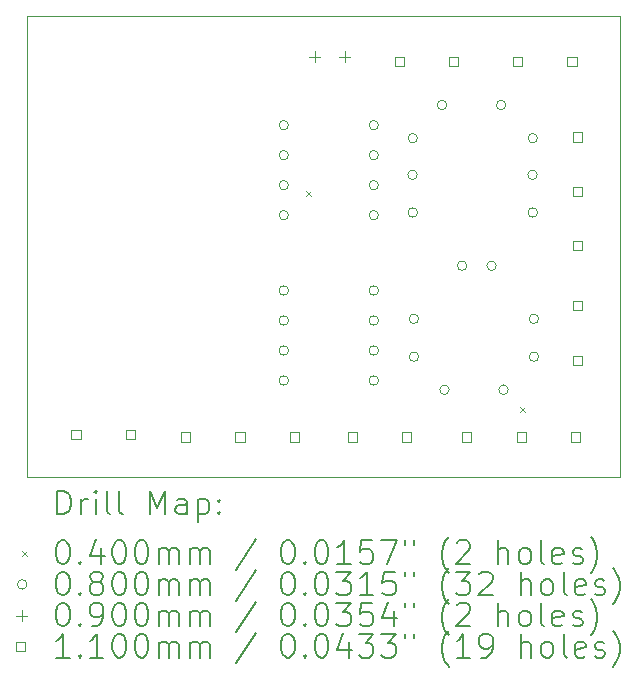
<source format=gbr>
%FSLAX45Y45*%
G04 Gerber Fmt 4.5, Leading zero omitted, Abs format (unit mm)*
G04 Created by KiCad (PCBNEW (6.0.2-0)) date 2024-07-24 17:46:08*
%MOMM*%
%LPD*%
G01*
G04 APERTURE LIST*
%TA.AperFunction,Profile*%
%ADD10C,0.100000*%
%TD*%
%ADD11C,0.200000*%
%ADD12C,0.040000*%
%ADD13C,0.080000*%
%ADD14C,0.090000*%
%ADD15C,0.110000*%
G04 APERTURE END LIST*
D10*
X11500000Y-5000000D02*
X16520000Y-5000000D01*
X16520000Y-5000000D02*
X16520000Y-8900000D01*
X16520000Y-8900000D02*
X11500000Y-8900000D01*
X11500000Y-8900000D02*
X11500000Y-5000000D01*
D11*
D12*
X13860000Y-6480000D02*
X13900000Y-6520000D01*
X13900000Y-6480000D02*
X13860000Y-6520000D01*
X15670000Y-8310000D02*
X15710000Y-8350000D01*
X15710000Y-8310000D02*
X15670000Y-8350000D01*
D13*
X13710000Y-5920000D02*
G75*
G03*
X13710000Y-5920000I-40000J0D01*
G01*
X13710000Y-6174000D02*
G75*
G03*
X13710000Y-6174000I-40000J0D01*
G01*
X13710000Y-6428000D02*
G75*
G03*
X13710000Y-6428000I-40000J0D01*
G01*
X13710000Y-6682000D02*
G75*
G03*
X13710000Y-6682000I-40000J0D01*
G01*
X13710000Y-7320000D02*
G75*
G03*
X13710000Y-7320000I-40000J0D01*
G01*
X13710000Y-7574000D02*
G75*
G03*
X13710000Y-7574000I-40000J0D01*
G01*
X13710000Y-7828000D02*
G75*
G03*
X13710000Y-7828000I-40000J0D01*
G01*
X13710000Y-8082000D02*
G75*
G03*
X13710000Y-8082000I-40000J0D01*
G01*
X14472000Y-5920000D02*
G75*
G03*
X14472000Y-5920000I-40000J0D01*
G01*
X14472000Y-6174000D02*
G75*
G03*
X14472000Y-6174000I-40000J0D01*
G01*
X14472000Y-6428000D02*
G75*
G03*
X14472000Y-6428000I-40000J0D01*
G01*
X14472000Y-6682000D02*
G75*
G03*
X14472000Y-6682000I-40000J0D01*
G01*
X14472000Y-7320000D02*
G75*
G03*
X14472000Y-7320000I-40000J0D01*
G01*
X14472000Y-7574000D02*
G75*
G03*
X14472000Y-7574000I-40000J0D01*
G01*
X14472000Y-7828000D02*
G75*
G03*
X14472000Y-7828000I-40000J0D01*
G01*
X14472000Y-8082000D02*
G75*
G03*
X14472000Y-8082000I-40000J0D01*
G01*
X14800000Y-6340000D02*
G75*
G03*
X14800000Y-6340000I-40000J0D01*
G01*
X14802000Y-6030000D02*
G75*
G03*
X14802000Y-6030000I-40000J0D01*
G01*
X14802000Y-6660000D02*
G75*
G03*
X14802000Y-6660000I-40000J0D01*
G01*
X14812000Y-7560000D02*
G75*
G03*
X14812000Y-7560000I-40000J0D01*
G01*
X14812000Y-7880000D02*
G75*
G03*
X14812000Y-7880000I-40000J0D01*
G01*
X15050000Y-5750000D02*
G75*
G03*
X15050000Y-5750000I-40000J0D01*
G01*
X15070000Y-8160000D02*
G75*
G03*
X15070000Y-8160000I-40000J0D01*
G01*
X15219489Y-7110000D02*
G75*
G03*
X15219489Y-7110000I-40000J0D01*
G01*
X15469489Y-7110000D02*
G75*
G03*
X15469489Y-7110000I-40000J0D01*
G01*
X15550000Y-5750000D02*
G75*
G03*
X15550000Y-5750000I-40000J0D01*
G01*
X15570000Y-8160000D02*
G75*
G03*
X15570000Y-8160000I-40000J0D01*
G01*
X15816000Y-6340000D02*
G75*
G03*
X15816000Y-6340000I-40000J0D01*
G01*
X15818000Y-6030000D02*
G75*
G03*
X15818000Y-6030000I-40000J0D01*
G01*
X15818000Y-6660000D02*
G75*
G03*
X15818000Y-6660000I-40000J0D01*
G01*
X15828000Y-7560000D02*
G75*
G03*
X15828000Y-7560000I-40000J0D01*
G01*
X15828000Y-7880000D02*
G75*
G03*
X15828000Y-7880000I-40000J0D01*
G01*
D14*
X13932500Y-5295000D02*
X13932500Y-5385000D01*
X13887500Y-5340000D02*
X13977500Y-5340000D01*
X14186500Y-5295000D02*
X14186500Y-5385000D01*
X14141500Y-5340000D02*
X14231500Y-5340000D01*
D15*
X11948891Y-8578891D02*
X11948891Y-8501109D01*
X11871109Y-8501109D01*
X11871109Y-8578891D01*
X11948891Y-8578891D01*
X12408891Y-8578891D02*
X12408891Y-8501109D01*
X12331109Y-8501109D01*
X12331109Y-8578891D01*
X12408891Y-8578891D01*
X12878891Y-8598891D02*
X12878891Y-8521109D01*
X12801109Y-8521109D01*
X12801109Y-8598891D01*
X12878891Y-8598891D01*
X13338891Y-8598891D02*
X13338891Y-8521109D01*
X13261109Y-8521109D01*
X13261109Y-8598891D01*
X13338891Y-8598891D01*
X13798891Y-8598891D02*
X13798891Y-8521109D01*
X13721109Y-8521109D01*
X13721109Y-8598891D01*
X13798891Y-8598891D01*
X14288891Y-8598891D02*
X14288891Y-8521109D01*
X14211109Y-8521109D01*
X14211109Y-8598891D01*
X14288891Y-8598891D01*
X14688891Y-5418891D02*
X14688891Y-5341109D01*
X14611109Y-5341109D01*
X14611109Y-5418891D01*
X14688891Y-5418891D01*
X14748891Y-8598891D02*
X14748891Y-8521109D01*
X14671109Y-8521109D01*
X14671109Y-8598891D01*
X14748891Y-8598891D01*
X15148891Y-5418891D02*
X15148891Y-5341109D01*
X15071109Y-5341109D01*
X15071109Y-5418891D01*
X15148891Y-5418891D01*
X15258891Y-8598891D02*
X15258891Y-8521109D01*
X15181109Y-8521109D01*
X15181109Y-8598891D01*
X15258891Y-8598891D01*
X15688891Y-5418891D02*
X15688891Y-5341109D01*
X15611109Y-5341109D01*
X15611109Y-5418891D01*
X15688891Y-5418891D01*
X15718891Y-8598891D02*
X15718891Y-8521109D01*
X15641109Y-8521109D01*
X15641109Y-8598891D01*
X15718891Y-8598891D01*
X16148891Y-5418891D02*
X16148891Y-5341109D01*
X16071109Y-5341109D01*
X16071109Y-5418891D01*
X16148891Y-5418891D01*
X16178891Y-8598891D02*
X16178891Y-8521109D01*
X16101109Y-8521109D01*
X16101109Y-8598891D01*
X16178891Y-8598891D01*
X16198891Y-6058891D02*
X16198891Y-5981109D01*
X16121109Y-5981109D01*
X16121109Y-6058891D01*
X16198891Y-6058891D01*
X16198891Y-6518891D02*
X16198891Y-6441109D01*
X16121109Y-6441109D01*
X16121109Y-6518891D01*
X16198891Y-6518891D01*
X16198891Y-6978891D02*
X16198891Y-6901109D01*
X16121109Y-6901109D01*
X16121109Y-6978891D01*
X16198891Y-6978891D01*
X16198891Y-7488891D02*
X16198891Y-7411109D01*
X16121109Y-7411109D01*
X16121109Y-7488891D01*
X16198891Y-7488891D01*
X16198891Y-7948891D02*
X16198891Y-7871109D01*
X16121109Y-7871109D01*
X16121109Y-7948891D01*
X16198891Y-7948891D01*
D11*
X11752619Y-9215476D02*
X11752619Y-9015476D01*
X11800238Y-9015476D01*
X11828809Y-9025000D01*
X11847857Y-9044048D01*
X11857381Y-9063095D01*
X11866905Y-9101190D01*
X11866905Y-9129762D01*
X11857381Y-9167857D01*
X11847857Y-9186905D01*
X11828809Y-9205952D01*
X11800238Y-9215476D01*
X11752619Y-9215476D01*
X11952619Y-9215476D02*
X11952619Y-9082143D01*
X11952619Y-9120238D02*
X11962143Y-9101190D01*
X11971667Y-9091667D01*
X11990714Y-9082143D01*
X12009762Y-9082143D01*
X12076428Y-9215476D02*
X12076428Y-9082143D01*
X12076428Y-9015476D02*
X12066905Y-9025000D01*
X12076428Y-9034524D01*
X12085952Y-9025000D01*
X12076428Y-9015476D01*
X12076428Y-9034524D01*
X12200238Y-9215476D02*
X12181190Y-9205952D01*
X12171667Y-9186905D01*
X12171667Y-9015476D01*
X12305000Y-9215476D02*
X12285952Y-9205952D01*
X12276428Y-9186905D01*
X12276428Y-9015476D01*
X12533571Y-9215476D02*
X12533571Y-9015476D01*
X12600238Y-9158333D01*
X12666905Y-9015476D01*
X12666905Y-9215476D01*
X12847857Y-9215476D02*
X12847857Y-9110714D01*
X12838333Y-9091667D01*
X12819286Y-9082143D01*
X12781190Y-9082143D01*
X12762143Y-9091667D01*
X12847857Y-9205952D02*
X12828809Y-9215476D01*
X12781190Y-9215476D01*
X12762143Y-9205952D01*
X12752619Y-9186905D01*
X12752619Y-9167857D01*
X12762143Y-9148810D01*
X12781190Y-9139286D01*
X12828809Y-9139286D01*
X12847857Y-9129762D01*
X12943095Y-9082143D02*
X12943095Y-9282143D01*
X12943095Y-9091667D02*
X12962143Y-9082143D01*
X13000238Y-9082143D01*
X13019286Y-9091667D01*
X13028809Y-9101190D01*
X13038333Y-9120238D01*
X13038333Y-9177381D01*
X13028809Y-9196429D01*
X13019286Y-9205952D01*
X13000238Y-9215476D01*
X12962143Y-9215476D01*
X12943095Y-9205952D01*
X13124048Y-9196429D02*
X13133571Y-9205952D01*
X13124048Y-9215476D01*
X13114524Y-9205952D01*
X13124048Y-9196429D01*
X13124048Y-9215476D01*
X13124048Y-9091667D02*
X13133571Y-9101190D01*
X13124048Y-9110714D01*
X13114524Y-9101190D01*
X13124048Y-9091667D01*
X13124048Y-9110714D01*
D12*
X11455000Y-9525000D02*
X11495000Y-9565000D01*
X11495000Y-9525000D02*
X11455000Y-9565000D01*
D11*
X11790714Y-9435476D02*
X11809762Y-9435476D01*
X11828809Y-9445000D01*
X11838333Y-9454524D01*
X11847857Y-9473571D01*
X11857381Y-9511667D01*
X11857381Y-9559286D01*
X11847857Y-9597381D01*
X11838333Y-9616429D01*
X11828809Y-9625952D01*
X11809762Y-9635476D01*
X11790714Y-9635476D01*
X11771667Y-9625952D01*
X11762143Y-9616429D01*
X11752619Y-9597381D01*
X11743095Y-9559286D01*
X11743095Y-9511667D01*
X11752619Y-9473571D01*
X11762143Y-9454524D01*
X11771667Y-9445000D01*
X11790714Y-9435476D01*
X11943095Y-9616429D02*
X11952619Y-9625952D01*
X11943095Y-9635476D01*
X11933571Y-9625952D01*
X11943095Y-9616429D01*
X11943095Y-9635476D01*
X12124048Y-9502143D02*
X12124048Y-9635476D01*
X12076428Y-9425952D02*
X12028809Y-9568810D01*
X12152619Y-9568810D01*
X12266905Y-9435476D02*
X12285952Y-9435476D01*
X12305000Y-9445000D01*
X12314524Y-9454524D01*
X12324048Y-9473571D01*
X12333571Y-9511667D01*
X12333571Y-9559286D01*
X12324048Y-9597381D01*
X12314524Y-9616429D01*
X12305000Y-9625952D01*
X12285952Y-9635476D01*
X12266905Y-9635476D01*
X12247857Y-9625952D01*
X12238333Y-9616429D01*
X12228809Y-9597381D01*
X12219286Y-9559286D01*
X12219286Y-9511667D01*
X12228809Y-9473571D01*
X12238333Y-9454524D01*
X12247857Y-9445000D01*
X12266905Y-9435476D01*
X12457381Y-9435476D02*
X12476428Y-9435476D01*
X12495476Y-9445000D01*
X12505000Y-9454524D01*
X12514524Y-9473571D01*
X12524048Y-9511667D01*
X12524048Y-9559286D01*
X12514524Y-9597381D01*
X12505000Y-9616429D01*
X12495476Y-9625952D01*
X12476428Y-9635476D01*
X12457381Y-9635476D01*
X12438333Y-9625952D01*
X12428809Y-9616429D01*
X12419286Y-9597381D01*
X12409762Y-9559286D01*
X12409762Y-9511667D01*
X12419286Y-9473571D01*
X12428809Y-9454524D01*
X12438333Y-9445000D01*
X12457381Y-9435476D01*
X12609762Y-9635476D02*
X12609762Y-9502143D01*
X12609762Y-9521190D02*
X12619286Y-9511667D01*
X12638333Y-9502143D01*
X12666905Y-9502143D01*
X12685952Y-9511667D01*
X12695476Y-9530714D01*
X12695476Y-9635476D01*
X12695476Y-9530714D02*
X12705000Y-9511667D01*
X12724048Y-9502143D01*
X12752619Y-9502143D01*
X12771667Y-9511667D01*
X12781190Y-9530714D01*
X12781190Y-9635476D01*
X12876428Y-9635476D02*
X12876428Y-9502143D01*
X12876428Y-9521190D02*
X12885952Y-9511667D01*
X12905000Y-9502143D01*
X12933571Y-9502143D01*
X12952619Y-9511667D01*
X12962143Y-9530714D01*
X12962143Y-9635476D01*
X12962143Y-9530714D02*
X12971667Y-9511667D01*
X12990714Y-9502143D01*
X13019286Y-9502143D01*
X13038333Y-9511667D01*
X13047857Y-9530714D01*
X13047857Y-9635476D01*
X13438333Y-9425952D02*
X13266905Y-9683095D01*
X13695476Y-9435476D02*
X13714524Y-9435476D01*
X13733571Y-9445000D01*
X13743095Y-9454524D01*
X13752619Y-9473571D01*
X13762143Y-9511667D01*
X13762143Y-9559286D01*
X13752619Y-9597381D01*
X13743095Y-9616429D01*
X13733571Y-9625952D01*
X13714524Y-9635476D01*
X13695476Y-9635476D01*
X13676428Y-9625952D01*
X13666905Y-9616429D01*
X13657381Y-9597381D01*
X13647857Y-9559286D01*
X13647857Y-9511667D01*
X13657381Y-9473571D01*
X13666905Y-9454524D01*
X13676428Y-9445000D01*
X13695476Y-9435476D01*
X13847857Y-9616429D02*
X13857381Y-9625952D01*
X13847857Y-9635476D01*
X13838333Y-9625952D01*
X13847857Y-9616429D01*
X13847857Y-9635476D01*
X13981190Y-9435476D02*
X14000238Y-9435476D01*
X14019286Y-9445000D01*
X14028809Y-9454524D01*
X14038333Y-9473571D01*
X14047857Y-9511667D01*
X14047857Y-9559286D01*
X14038333Y-9597381D01*
X14028809Y-9616429D01*
X14019286Y-9625952D01*
X14000238Y-9635476D01*
X13981190Y-9635476D01*
X13962143Y-9625952D01*
X13952619Y-9616429D01*
X13943095Y-9597381D01*
X13933571Y-9559286D01*
X13933571Y-9511667D01*
X13943095Y-9473571D01*
X13952619Y-9454524D01*
X13962143Y-9445000D01*
X13981190Y-9435476D01*
X14238333Y-9635476D02*
X14124048Y-9635476D01*
X14181190Y-9635476D02*
X14181190Y-9435476D01*
X14162143Y-9464048D01*
X14143095Y-9483095D01*
X14124048Y-9492619D01*
X14419286Y-9435476D02*
X14324048Y-9435476D01*
X14314524Y-9530714D01*
X14324048Y-9521190D01*
X14343095Y-9511667D01*
X14390714Y-9511667D01*
X14409762Y-9521190D01*
X14419286Y-9530714D01*
X14428809Y-9549762D01*
X14428809Y-9597381D01*
X14419286Y-9616429D01*
X14409762Y-9625952D01*
X14390714Y-9635476D01*
X14343095Y-9635476D01*
X14324048Y-9625952D01*
X14314524Y-9616429D01*
X14495476Y-9435476D02*
X14628809Y-9435476D01*
X14543095Y-9635476D01*
X14695476Y-9435476D02*
X14695476Y-9473571D01*
X14771667Y-9435476D02*
X14771667Y-9473571D01*
X15066905Y-9711667D02*
X15057381Y-9702143D01*
X15038333Y-9673571D01*
X15028809Y-9654524D01*
X15019286Y-9625952D01*
X15009762Y-9578333D01*
X15009762Y-9540238D01*
X15019286Y-9492619D01*
X15028809Y-9464048D01*
X15038333Y-9445000D01*
X15057381Y-9416429D01*
X15066905Y-9406905D01*
X15133571Y-9454524D02*
X15143095Y-9445000D01*
X15162143Y-9435476D01*
X15209762Y-9435476D01*
X15228809Y-9445000D01*
X15238333Y-9454524D01*
X15247857Y-9473571D01*
X15247857Y-9492619D01*
X15238333Y-9521190D01*
X15124048Y-9635476D01*
X15247857Y-9635476D01*
X15485952Y-9635476D02*
X15485952Y-9435476D01*
X15571667Y-9635476D02*
X15571667Y-9530714D01*
X15562143Y-9511667D01*
X15543095Y-9502143D01*
X15514524Y-9502143D01*
X15495476Y-9511667D01*
X15485952Y-9521190D01*
X15695476Y-9635476D02*
X15676428Y-9625952D01*
X15666905Y-9616429D01*
X15657381Y-9597381D01*
X15657381Y-9540238D01*
X15666905Y-9521190D01*
X15676428Y-9511667D01*
X15695476Y-9502143D01*
X15724048Y-9502143D01*
X15743095Y-9511667D01*
X15752619Y-9521190D01*
X15762143Y-9540238D01*
X15762143Y-9597381D01*
X15752619Y-9616429D01*
X15743095Y-9625952D01*
X15724048Y-9635476D01*
X15695476Y-9635476D01*
X15876428Y-9635476D02*
X15857381Y-9625952D01*
X15847857Y-9606905D01*
X15847857Y-9435476D01*
X16028809Y-9625952D02*
X16009762Y-9635476D01*
X15971667Y-9635476D01*
X15952619Y-9625952D01*
X15943095Y-9606905D01*
X15943095Y-9530714D01*
X15952619Y-9511667D01*
X15971667Y-9502143D01*
X16009762Y-9502143D01*
X16028809Y-9511667D01*
X16038333Y-9530714D01*
X16038333Y-9549762D01*
X15943095Y-9568810D01*
X16114524Y-9625952D02*
X16133571Y-9635476D01*
X16171667Y-9635476D01*
X16190714Y-9625952D01*
X16200238Y-9606905D01*
X16200238Y-9597381D01*
X16190714Y-9578333D01*
X16171667Y-9568810D01*
X16143095Y-9568810D01*
X16124048Y-9559286D01*
X16114524Y-9540238D01*
X16114524Y-9530714D01*
X16124048Y-9511667D01*
X16143095Y-9502143D01*
X16171667Y-9502143D01*
X16190714Y-9511667D01*
X16266905Y-9711667D02*
X16276428Y-9702143D01*
X16295476Y-9673571D01*
X16305000Y-9654524D01*
X16314524Y-9625952D01*
X16324048Y-9578333D01*
X16324048Y-9540238D01*
X16314524Y-9492619D01*
X16305000Y-9464048D01*
X16295476Y-9445000D01*
X16276428Y-9416429D01*
X16266905Y-9406905D01*
D13*
X11495000Y-9809000D02*
G75*
G03*
X11495000Y-9809000I-40000J0D01*
G01*
D11*
X11790714Y-9699476D02*
X11809762Y-9699476D01*
X11828809Y-9709000D01*
X11838333Y-9718524D01*
X11847857Y-9737571D01*
X11857381Y-9775667D01*
X11857381Y-9823286D01*
X11847857Y-9861381D01*
X11838333Y-9880429D01*
X11828809Y-9889952D01*
X11809762Y-9899476D01*
X11790714Y-9899476D01*
X11771667Y-9889952D01*
X11762143Y-9880429D01*
X11752619Y-9861381D01*
X11743095Y-9823286D01*
X11743095Y-9775667D01*
X11752619Y-9737571D01*
X11762143Y-9718524D01*
X11771667Y-9709000D01*
X11790714Y-9699476D01*
X11943095Y-9880429D02*
X11952619Y-9889952D01*
X11943095Y-9899476D01*
X11933571Y-9889952D01*
X11943095Y-9880429D01*
X11943095Y-9899476D01*
X12066905Y-9785190D02*
X12047857Y-9775667D01*
X12038333Y-9766143D01*
X12028809Y-9747095D01*
X12028809Y-9737571D01*
X12038333Y-9718524D01*
X12047857Y-9709000D01*
X12066905Y-9699476D01*
X12105000Y-9699476D01*
X12124048Y-9709000D01*
X12133571Y-9718524D01*
X12143095Y-9737571D01*
X12143095Y-9747095D01*
X12133571Y-9766143D01*
X12124048Y-9775667D01*
X12105000Y-9785190D01*
X12066905Y-9785190D01*
X12047857Y-9794714D01*
X12038333Y-9804238D01*
X12028809Y-9823286D01*
X12028809Y-9861381D01*
X12038333Y-9880429D01*
X12047857Y-9889952D01*
X12066905Y-9899476D01*
X12105000Y-9899476D01*
X12124048Y-9889952D01*
X12133571Y-9880429D01*
X12143095Y-9861381D01*
X12143095Y-9823286D01*
X12133571Y-9804238D01*
X12124048Y-9794714D01*
X12105000Y-9785190D01*
X12266905Y-9699476D02*
X12285952Y-9699476D01*
X12305000Y-9709000D01*
X12314524Y-9718524D01*
X12324048Y-9737571D01*
X12333571Y-9775667D01*
X12333571Y-9823286D01*
X12324048Y-9861381D01*
X12314524Y-9880429D01*
X12305000Y-9889952D01*
X12285952Y-9899476D01*
X12266905Y-9899476D01*
X12247857Y-9889952D01*
X12238333Y-9880429D01*
X12228809Y-9861381D01*
X12219286Y-9823286D01*
X12219286Y-9775667D01*
X12228809Y-9737571D01*
X12238333Y-9718524D01*
X12247857Y-9709000D01*
X12266905Y-9699476D01*
X12457381Y-9699476D02*
X12476428Y-9699476D01*
X12495476Y-9709000D01*
X12505000Y-9718524D01*
X12514524Y-9737571D01*
X12524048Y-9775667D01*
X12524048Y-9823286D01*
X12514524Y-9861381D01*
X12505000Y-9880429D01*
X12495476Y-9889952D01*
X12476428Y-9899476D01*
X12457381Y-9899476D01*
X12438333Y-9889952D01*
X12428809Y-9880429D01*
X12419286Y-9861381D01*
X12409762Y-9823286D01*
X12409762Y-9775667D01*
X12419286Y-9737571D01*
X12428809Y-9718524D01*
X12438333Y-9709000D01*
X12457381Y-9699476D01*
X12609762Y-9899476D02*
X12609762Y-9766143D01*
X12609762Y-9785190D02*
X12619286Y-9775667D01*
X12638333Y-9766143D01*
X12666905Y-9766143D01*
X12685952Y-9775667D01*
X12695476Y-9794714D01*
X12695476Y-9899476D01*
X12695476Y-9794714D02*
X12705000Y-9775667D01*
X12724048Y-9766143D01*
X12752619Y-9766143D01*
X12771667Y-9775667D01*
X12781190Y-9794714D01*
X12781190Y-9899476D01*
X12876428Y-9899476D02*
X12876428Y-9766143D01*
X12876428Y-9785190D02*
X12885952Y-9775667D01*
X12905000Y-9766143D01*
X12933571Y-9766143D01*
X12952619Y-9775667D01*
X12962143Y-9794714D01*
X12962143Y-9899476D01*
X12962143Y-9794714D02*
X12971667Y-9775667D01*
X12990714Y-9766143D01*
X13019286Y-9766143D01*
X13038333Y-9775667D01*
X13047857Y-9794714D01*
X13047857Y-9899476D01*
X13438333Y-9689952D02*
X13266905Y-9947095D01*
X13695476Y-9699476D02*
X13714524Y-9699476D01*
X13733571Y-9709000D01*
X13743095Y-9718524D01*
X13752619Y-9737571D01*
X13762143Y-9775667D01*
X13762143Y-9823286D01*
X13752619Y-9861381D01*
X13743095Y-9880429D01*
X13733571Y-9889952D01*
X13714524Y-9899476D01*
X13695476Y-9899476D01*
X13676428Y-9889952D01*
X13666905Y-9880429D01*
X13657381Y-9861381D01*
X13647857Y-9823286D01*
X13647857Y-9775667D01*
X13657381Y-9737571D01*
X13666905Y-9718524D01*
X13676428Y-9709000D01*
X13695476Y-9699476D01*
X13847857Y-9880429D02*
X13857381Y-9889952D01*
X13847857Y-9899476D01*
X13838333Y-9889952D01*
X13847857Y-9880429D01*
X13847857Y-9899476D01*
X13981190Y-9699476D02*
X14000238Y-9699476D01*
X14019286Y-9709000D01*
X14028809Y-9718524D01*
X14038333Y-9737571D01*
X14047857Y-9775667D01*
X14047857Y-9823286D01*
X14038333Y-9861381D01*
X14028809Y-9880429D01*
X14019286Y-9889952D01*
X14000238Y-9899476D01*
X13981190Y-9899476D01*
X13962143Y-9889952D01*
X13952619Y-9880429D01*
X13943095Y-9861381D01*
X13933571Y-9823286D01*
X13933571Y-9775667D01*
X13943095Y-9737571D01*
X13952619Y-9718524D01*
X13962143Y-9709000D01*
X13981190Y-9699476D01*
X14114524Y-9699476D02*
X14238333Y-9699476D01*
X14171667Y-9775667D01*
X14200238Y-9775667D01*
X14219286Y-9785190D01*
X14228809Y-9794714D01*
X14238333Y-9813762D01*
X14238333Y-9861381D01*
X14228809Y-9880429D01*
X14219286Y-9889952D01*
X14200238Y-9899476D01*
X14143095Y-9899476D01*
X14124048Y-9889952D01*
X14114524Y-9880429D01*
X14428809Y-9899476D02*
X14314524Y-9899476D01*
X14371667Y-9899476D02*
X14371667Y-9699476D01*
X14352619Y-9728048D01*
X14333571Y-9747095D01*
X14314524Y-9756619D01*
X14609762Y-9699476D02*
X14514524Y-9699476D01*
X14505000Y-9794714D01*
X14514524Y-9785190D01*
X14533571Y-9775667D01*
X14581190Y-9775667D01*
X14600238Y-9785190D01*
X14609762Y-9794714D01*
X14619286Y-9813762D01*
X14619286Y-9861381D01*
X14609762Y-9880429D01*
X14600238Y-9889952D01*
X14581190Y-9899476D01*
X14533571Y-9899476D01*
X14514524Y-9889952D01*
X14505000Y-9880429D01*
X14695476Y-9699476D02*
X14695476Y-9737571D01*
X14771667Y-9699476D02*
X14771667Y-9737571D01*
X15066905Y-9975667D02*
X15057381Y-9966143D01*
X15038333Y-9937571D01*
X15028809Y-9918524D01*
X15019286Y-9889952D01*
X15009762Y-9842333D01*
X15009762Y-9804238D01*
X15019286Y-9756619D01*
X15028809Y-9728048D01*
X15038333Y-9709000D01*
X15057381Y-9680429D01*
X15066905Y-9670905D01*
X15124048Y-9699476D02*
X15247857Y-9699476D01*
X15181190Y-9775667D01*
X15209762Y-9775667D01*
X15228809Y-9785190D01*
X15238333Y-9794714D01*
X15247857Y-9813762D01*
X15247857Y-9861381D01*
X15238333Y-9880429D01*
X15228809Y-9889952D01*
X15209762Y-9899476D01*
X15152619Y-9899476D01*
X15133571Y-9889952D01*
X15124048Y-9880429D01*
X15324048Y-9718524D02*
X15333571Y-9709000D01*
X15352619Y-9699476D01*
X15400238Y-9699476D01*
X15419286Y-9709000D01*
X15428809Y-9718524D01*
X15438333Y-9737571D01*
X15438333Y-9756619D01*
X15428809Y-9785190D01*
X15314524Y-9899476D01*
X15438333Y-9899476D01*
X15676428Y-9899476D02*
X15676428Y-9699476D01*
X15762143Y-9899476D02*
X15762143Y-9794714D01*
X15752619Y-9775667D01*
X15733571Y-9766143D01*
X15705000Y-9766143D01*
X15685952Y-9775667D01*
X15676428Y-9785190D01*
X15885952Y-9899476D02*
X15866905Y-9889952D01*
X15857381Y-9880429D01*
X15847857Y-9861381D01*
X15847857Y-9804238D01*
X15857381Y-9785190D01*
X15866905Y-9775667D01*
X15885952Y-9766143D01*
X15914524Y-9766143D01*
X15933571Y-9775667D01*
X15943095Y-9785190D01*
X15952619Y-9804238D01*
X15952619Y-9861381D01*
X15943095Y-9880429D01*
X15933571Y-9889952D01*
X15914524Y-9899476D01*
X15885952Y-9899476D01*
X16066905Y-9899476D02*
X16047857Y-9889952D01*
X16038333Y-9870905D01*
X16038333Y-9699476D01*
X16219286Y-9889952D02*
X16200238Y-9899476D01*
X16162143Y-9899476D01*
X16143095Y-9889952D01*
X16133571Y-9870905D01*
X16133571Y-9794714D01*
X16143095Y-9775667D01*
X16162143Y-9766143D01*
X16200238Y-9766143D01*
X16219286Y-9775667D01*
X16228809Y-9794714D01*
X16228809Y-9813762D01*
X16133571Y-9832810D01*
X16305000Y-9889952D02*
X16324048Y-9899476D01*
X16362143Y-9899476D01*
X16381190Y-9889952D01*
X16390714Y-9870905D01*
X16390714Y-9861381D01*
X16381190Y-9842333D01*
X16362143Y-9832810D01*
X16333571Y-9832810D01*
X16314524Y-9823286D01*
X16305000Y-9804238D01*
X16305000Y-9794714D01*
X16314524Y-9775667D01*
X16333571Y-9766143D01*
X16362143Y-9766143D01*
X16381190Y-9775667D01*
X16457381Y-9975667D02*
X16466905Y-9966143D01*
X16485952Y-9937571D01*
X16495476Y-9918524D01*
X16505000Y-9889952D01*
X16514524Y-9842333D01*
X16514524Y-9804238D01*
X16505000Y-9756619D01*
X16495476Y-9728048D01*
X16485952Y-9709000D01*
X16466905Y-9680429D01*
X16457381Y-9670905D01*
D14*
X11450000Y-10028000D02*
X11450000Y-10118000D01*
X11405000Y-10073000D02*
X11495000Y-10073000D01*
D11*
X11790714Y-9963476D02*
X11809762Y-9963476D01*
X11828809Y-9973000D01*
X11838333Y-9982524D01*
X11847857Y-10001571D01*
X11857381Y-10039667D01*
X11857381Y-10087286D01*
X11847857Y-10125381D01*
X11838333Y-10144429D01*
X11828809Y-10153952D01*
X11809762Y-10163476D01*
X11790714Y-10163476D01*
X11771667Y-10153952D01*
X11762143Y-10144429D01*
X11752619Y-10125381D01*
X11743095Y-10087286D01*
X11743095Y-10039667D01*
X11752619Y-10001571D01*
X11762143Y-9982524D01*
X11771667Y-9973000D01*
X11790714Y-9963476D01*
X11943095Y-10144429D02*
X11952619Y-10153952D01*
X11943095Y-10163476D01*
X11933571Y-10153952D01*
X11943095Y-10144429D01*
X11943095Y-10163476D01*
X12047857Y-10163476D02*
X12085952Y-10163476D01*
X12105000Y-10153952D01*
X12114524Y-10144429D01*
X12133571Y-10115857D01*
X12143095Y-10077762D01*
X12143095Y-10001571D01*
X12133571Y-9982524D01*
X12124048Y-9973000D01*
X12105000Y-9963476D01*
X12066905Y-9963476D01*
X12047857Y-9973000D01*
X12038333Y-9982524D01*
X12028809Y-10001571D01*
X12028809Y-10049190D01*
X12038333Y-10068238D01*
X12047857Y-10077762D01*
X12066905Y-10087286D01*
X12105000Y-10087286D01*
X12124048Y-10077762D01*
X12133571Y-10068238D01*
X12143095Y-10049190D01*
X12266905Y-9963476D02*
X12285952Y-9963476D01*
X12305000Y-9973000D01*
X12314524Y-9982524D01*
X12324048Y-10001571D01*
X12333571Y-10039667D01*
X12333571Y-10087286D01*
X12324048Y-10125381D01*
X12314524Y-10144429D01*
X12305000Y-10153952D01*
X12285952Y-10163476D01*
X12266905Y-10163476D01*
X12247857Y-10153952D01*
X12238333Y-10144429D01*
X12228809Y-10125381D01*
X12219286Y-10087286D01*
X12219286Y-10039667D01*
X12228809Y-10001571D01*
X12238333Y-9982524D01*
X12247857Y-9973000D01*
X12266905Y-9963476D01*
X12457381Y-9963476D02*
X12476428Y-9963476D01*
X12495476Y-9973000D01*
X12505000Y-9982524D01*
X12514524Y-10001571D01*
X12524048Y-10039667D01*
X12524048Y-10087286D01*
X12514524Y-10125381D01*
X12505000Y-10144429D01*
X12495476Y-10153952D01*
X12476428Y-10163476D01*
X12457381Y-10163476D01*
X12438333Y-10153952D01*
X12428809Y-10144429D01*
X12419286Y-10125381D01*
X12409762Y-10087286D01*
X12409762Y-10039667D01*
X12419286Y-10001571D01*
X12428809Y-9982524D01*
X12438333Y-9973000D01*
X12457381Y-9963476D01*
X12609762Y-10163476D02*
X12609762Y-10030143D01*
X12609762Y-10049190D02*
X12619286Y-10039667D01*
X12638333Y-10030143D01*
X12666905Y-10030143D01*
X12685952Y-10039667D01*
X12695476Y-10058714D01*
X12695476Y-10163476D01*
X12695476Y-10058714D02*
X12705000Y-10039667D01*
X12724048Y-10030143D01*
X12752619Y-10030143D01*
X12771667Y-10039667D01*
X12781190Y-10058714D01*
X12781190Y-10163476D01*
X12876428Y-10163476D02*
X12876428Y-10030143D01*
X12876428Y-10049190D02*
X12885952Y-10039667D01*
X12905000Y-10030143D01*
X12933571Y-10030143D01*
X12952619Y-10039667D01*
X12962143Y-10058714D01*
X12962143Y-10163476D01*
X12962143Y-10058714D02*
X12971667Y-10039667D01*
X12990714Y-10030143D01*
X13019286Y-10030143D01*
X13038333Y-10039667D01*
X13047857Y-10058714D01*
X13047857Y-10163476D01*
X13438333Y-9953952D02*
X13266905Y-10211095D01*
X13695476Y-9963476D02*
X13714524Y-9963476D01*
X13733571Y-9973000D01*
X13743095Y-9982524D01*
X13752619Y-10001571D01*
X13762143Y-10039667D01*
X13762143Y-10087286D01*
X13752619Y-10125381D01*
X13743095Y-10144429D01*
X13733571Y-10153952D01*
X13714524Y-10163476D01*
X13695476Y-10163476D01*
X13676428Y-10153952D01*
X13666905Y-10144429D01*
X13657381Y-10125381D01*
X13647857Y-10087286D01*
X13647857Y-10039667D01*
X13657381Y-10001571D01*
X13666905Y-9982524D01*
X13676428Y-9973000D01*
X13695476Y-9963476D01*
X13847857Y-10144429D02*
X13857381Y-10153952D01*
X13847857Y-10163476D01*
X13838333Y-10153952D01*
X13847857Y-10144429D01*
X13847857Y-10163476D01*
X13981190Y-9963476D02*
X14000238Y-9963476D01*
X14019286Y-9973000D01*
X14028809Y-9982524D01*
X14038333Y-10001571D01*
X14047857Y-10039667D01*
X14047857Y-10087286D01*
X14038333Y-10125381D01*
X14028809Y-10144429D01*
X14019286Y-10153952D01*
X14000238Y-10163476D01*
X13981190Y-10163476D01*
X13962143Y-10153952D01*
X13952619Y-10144429D01*
X13943095Y-10125381D01*
X13933571Y-10087286D01*
X13933571Y-10039667D01*
X13943095Y-10001571D01*
X13952619Y-9982524D01*
X13962143Y-9973000D01*
X13981190Y-9963476D01*
X14114524Y-9963476D02*
X14238333Y-9963476D01*
X14171667Y-10039667D01*
X14200238Y-10039667D01*
X14219286Y-10049190D01*
X14228809Y-10058714D01*
X14238333Y-10077762D01*
X14238333Y-10125381D01*
X14228809Y-10144429D01*
X14219286Y-10153952D01*
X14200238Y-10163476D01*
X14143095Y-10163476D01*
X14124048Y-10153952D01*
X14114524Y-10144429D01*
X14419286Y-9963476D02*
X14324048Y-9963476D01*
X14314524Y-10058714D01*
X14324048Y-10049190D01*
X14343095Y-10039667D01*
X14390714Y-10039667D01*
X14409762Y-10049190D01*
X14419286Y-10058714D01*
X14428809Y-10077762D01*
X14428809Y-10125381D01*
X14419286Y-10144429D01*
X14409762Y-10153952D01*
X14390714Y-10163476D01*
X14343095Y-10163476D01*
X14324048Y-10153952D01*
X14314524Y-10144429D01*
X14600238Y-10030143D02*
X14600238Y-10163476D01*
X14552619Y-9953952D02*
X14505000Y-10096810D01*
X14628809Y-10096810D01*
X14695476Y-9963476D02*
X14695476Y-10001571D01*
X14771667Y-9963476D02*
X14771667Y-10001571D01*
X15066905Y-10239667D02*
X15057381Y-10230143D01*
X15038333Y-10201571D01*
X15028809Y-10182524D01*
X15019286Y-10153952D01*
X15009762Y-10106333D01*
X15009762Y-10068238D01*
X15019286Y-10020619D01*
X15028809Y-9992048D01*
X15038333Y-9973000D01*
X15057381Y-9944429D01*
X15066905Y-9934905D01*
X15133571Y-9982524D02*
X15143095Y-9973000D01*
X15162143Y-9963476D01*
X15209762Y-9963476D01*
X15228809Y-9973000D01*
X15238333Y-9982524D01*
X15247857Y-10001571D01*
X15247857Y-10020619D01*
X15238333Y-10049190D01*
X15124048Y-10163476D01*
X15247857Y-10163476D01*
X15485952Y-10163476D02*
X15485952Y-9963476D01*
X15571667Y-10163476D02*
X15571667Y-10058714D01*
X15562143Y-10039667D01*
X15543095Y-10030143D01*
X15514524Y-10030143D01*
X15495476Y-10039667D01*
X15485952Y-10049190D01*
X15695476Y-10163476D02*
X15676428Y-10153952D01*
X15666905Y-10144429D01*
X15657381Y-10125381D01*
X15657381Y-10068238D01*
X15666905Y-10049190D01*
X15676428Y-10039667D01*
X15695476Y-10030143D01*
X15724048Y-10030143D01*
X15743095Y-10039667D01*
X15752619Y-10049190D01*
X15762143Y-10068238D01*
X15762143Y-10125381D01*
X15752619Y-10144429D01*
X15743095Y-10153952D01*
X15724048Y-10163476D01*
X15695476Y-10163476D01*
X15876428Y-10163476D02*
X15857381Y-10153952D01*
X15847857Y-10134905D01*
X15847857Y-9963476D01*
X16028809Y-10153952D02*
X16009762Y-10163476D01*
X15971667Y-10163476D01*
X15952619Y-10153952D01*
X15943095Y-10134905D01*
X15943095Y-10058714D01*
X15952619Y-10039667D01*
X15971667Y-10030143D01*
X16009762Y-10030143D01*
X16028809Y-10039667D01*
X16038333Y-10058714D01*
X16038333Y-10077762D01*
X15943095Y-10096810D01*
X16114524Y-10153952D02*
X16133571Y-10163476D01*
X16171667Y-10163476D01*
X16190714Y-10153952D01*
X16200238Y-10134905D01*
X16200238Y-10125381D01*
X16190714Y-10106333D01*
X16171667Y-10096810D01*
X16143095Y-10096810D01*
X16124048Y-10087286D01*
X16114524Y-10068238D01*
X16114524Y-10058714D01*
X16124048Y-10039667D01*
X16143095Y-10030143D01*
X16171667Y-10030143D01*
X16190714Y-10039667D01*
X16266905Y-10239667D02*
X16276428Y-10230143D01*
X16295476Y-10201571D01*
X16305000Y-10182524D01*
X16314524Y-10153952D01*
X16324048Y-10106333D01*
X16324048Y-10068238D01*
X16314524Y-10020619D01*
X16305000Y-9992048D01*
X16295476Y-9973000D01*
X16276428Y-9944429D01*
X16266905Y-9934905D01*
D15*
X11478891Y-10375891D02*
X11478891Y-10298109D01*
X11401109Y-10298109D01*
X11401109Y-10375891D01*
X11478891Y-10375891D01*
D11*
X11857381Y-10427476D02*
X11743095Y-10427476D01*
X11800238Y-10427476D02*
X11800238Y-10227476D01*
X11781190Y-10256048D01*
X11762143Y-10275095D01*
X11743095Y-10284619D01*
X11943095Y-10408429D02*
X11952619Y-10417952D01*
X11943095Y-10427476D01*
X11933571Y-10417952D01*
X11943095Y-10408429D01*
X11943095Y-10427476D01*
X12143095Y-10427476D02*
X12028809Y-10427476D01*
X12085952Y-10427476D02*
X12085952Y-10227476D01*
X12066905Y-10256048D01*
X12047857Y-10275095D01*
X12028809Y-10284619D01*
X12266905Y-10227476D02*
X12285952Y-10227476D01*
X12305000Y-10237000D01*
X12314524Y-10246524D01*
X12324048Y-10265571D01*
X12333571Y-10303667D01*
X12333571Y-10351286D01*
X12324048Y-10389381D01*
X12314524Y-10408429D01*
X12305000Y-10417952D01*
X12285952Y-10427476D01*
X12266905Y-10427476D01*
X12247857Y-10417952D01*
X12238333Y-10408429D01*
X12228809Y-10389381D01*
X12219286Y-10351286D01*
X12219286Y-10303667D01*
X12228809Y-10265571D01*
X12238333Y-10246524D01*
X12247857Y-10237000D01*
X12266905Y-10227476D01*
X12457381Y-10227476D02*
X12476428Y-10227476D01*
X12495476Y-10237000D01*
X12505000Y-10246524D01*
X12514524Y-10265571D01*
X12524048Y-10303667D01*
X12524048Y-10351286D01*
X12514524Y-10389381D01*
X12505000Y-10408429D01*
X12495476Y-10417952D01*
X12476428Y-10427476D01*
X12457381Y-10427476D01*
X12438333Y-10417952D01*
X12428809Y-10408429D01*
X12419286Y-10389381D01*
X12409762Y-10351286D01*
X12409762Y-10303667D01*
X12419286Y-10265571D01*
X12428809Y-10246524D01*
X12438333Y-10237000D01*
X12457381Y-10227476D01*
X12609762Y-10427476D02*
X12609762Y-10294143D01*
X12609762Y-10313190D02*
X12619286Y-10303667D01*
X12638333Y-10294143D01*
X12666905Y-10294143D01*
X12685952Y-10303667D01*
X12695476Y-10322714D01*
X12695476Y-10427476D01*
X12695476Y-10322714D02*
X12705000Y-10303667D01*
X12724048Y-10294143D01*
X12752619Y-10294143D01*
X12771667Y-10303667D01*
X12781190Y-10322714D01*
X12781190Y-10427476D01*
X12876428Y-10427476D02*
X12876428Y-10294143D01*
X12876428Y-10313190D02*
X12885952Y-10303667D01*
X12905000Y-10294143D01*
X12933571Y-10294143D01*
X12952619Y-10303667D01*
X12962143Y-10322714D01*
X12962143Y-10427476D01*
X12962143Y-10322714D02*
X12971667Y-10303667D01*
X12990714Y-10294143D01*
X13019286Y-10294143D01*
X13038333Y-10303667D01*
X13047857Y-10322714D01*
X13047857Y-10427476D01*
X13438333Y-10217952D02*
X13266905Y-10475095D01*
X13695476Y-10227476D02*
X13714524Y-10227476D01*
X13733571Y-10237000D01*
X13743095Y-10246524D01*
X13752619Y-10265571D01*
X13762143Y-10303667D01*
X13762143Y-10351286D01*
X13752619Y-10389381D01*
X13743095Y-10408429D01*
X13733571Y-10417952D01*
X13714524Y-10427476D01*
X13695476Y-10427476D01*
X13676428Y-10417952D01*
X13666905Y-10408429D01*
X13657381Y-10389381D01*
X13647857Y-10351286D01*
X13647857Y-10303667D01*
X13657381Y-10265571D01*
X13666905Y-10246524D01*
X13676428Y-10237000D01*
X13695476Y-10227476D01*
X13847857Y-10408429D02*
X13857381Y-10417952D01*
X13847857Y-10427476D01*
X13838333Y-10417952D01*
X13847857Y-10408429D01*
X13847857Y-10427476D01*
X13981190Y-10227476D02*
X14000238Y-10227476D01*
X14019286Y-10237000D01*
X14028809Y-10246524D01*
X14038333Y-10265571D01*
X14047857Y-10303667D01*
X14047857Y-10351286D01*
X14038333Y-10389381D01*
X14028809Y-10408429D01*
X14019286Y-10417952D01*
X14000238Y-10427476D01*
X13981190Y-10427476D01*
X13962143Y-10417952D01*
X13952619Y-10408429D01*
X13943095Y-10389381D01*
X13933571Y-10351286D01*
X13933571Y-10303667D01*
X13943095Y-10265571D01*
X13952619Y-10246524D01*
X13962143Y-10237000D01*
X13981190Y-10227476D01*
X14219286Y-10294143D02*
X14219286Y-10427476D01*
X14171667Y-10217952D02*
X14124048Y-10360810D01*
X14247857Y-10360810D01*
X14305000Y-10227476D02*
X14428809Y-10227476D01*
X14362143Y-10303667D01*
X14390714Y-10303667D01*
X14409762Y-10313190D01*
X14419286Y-10322714D01*
X14428809Y-10341762D01*
X14428809Y-10389381D01*
X14419286Y-10408429D01*
X14409762Y-10417952D01*
X14390714Y-10427476D01*
X14333571Y-10427476D01*
X14314524Y-10417952D01*
X14305000Y-10408429D01*
X14495476Y-10227476D02*
X14619286Y-10227476D01*
X14552619Y-10303667D01*
X14581190Y-10303667D01*
X14600238Y-10313190D01*
X14609762Y-10322714D01*
X14619286Y-10341762D01*
X14619286Y-10389381D01*
X14609762Y-10408429D01*
X14600238Y-10417952D01*
X14581190Y-10427476D01*
X14524048Y-10427476D01*
X14505000Y-10417952D01*
X14495476Y-10408429D01*
X14695476Y-10227476D02*
X14695476Y-10265571D01*
X14771667Y-10227476D02*
X14771667Y-10265571D01*
X15066905Y-10503667D02*
X15057381Y-10494143D01*
X15038333Y-10465571D01*
X15028809Y-10446524D01*
X15019286Y-10417952D01*
X15009762Y-10370333D01*
X15009762Y-10332238D01*
X15019286Y-10284619D01*
X15028809Y-10256048D01*
X15038333Y-10237000D01*
X15057381Y-10208429D01*
X15066905Y-10198905D01*
X15247857Y-10427476D02*
X15133571Y-10427476D01*
X15190714Y-10427476D02*
X15190714Y-10227476D01*
X15171667Y-10256048D01*
X15152619Y-10275095D01*
X15133571Y-10284619D01*
X15343095Y-10427476D02*
X15381190Y-10427476D01*
X15400238Y-10417952D01*
X15409762Y-10408429D01*
X15428809Y-10379857D01*
X15438333Y-10341762D01*
X15438333Y-10265571D01*
X15428809Y-10246524D01*
X15419286Y-10237000D01*
X15400238Y-10227476D01*
X15362143Y-10227476D01*
X15343095Y-10237000D01*
X15333571Y-10246524D01*
X15324048Y-10265571D01*
X15324048Y-10313190D01*
X15333571Y-10332238D01*
X15343095Y-10341762D01*
X15362143Y-10351286D01*
X15400238Y-10351286D01*
X15419286Y-10341762D01*
X15428809Y-10332238D01*
X15438333Y-10313190D01*
X15676428Y-10427476D02*
X15676428Y-10227476D01*
X15762143Y-10427476D02*
X15762143Y-10322714D01*
X15752619Y-10303667D01*
X15733571Y-10294143D01*
X15705000Y-10294143D01*
X15685952Y-10303667D01*
X15676428Y-10313190D01*
X15885952Y-10427476D02*
X15866905Y-10417952D01*
X15857381Y-10408429D01*
X15847857Y-10389381D01*
X15847857Y-10332238D01*
X15857381Y-10313190D01*
X15866905Y-10303667D01*
X15885952Y-10294143D01*
X15914524Y-10294143D01*
X15933571Y-10303667D01*
X15943095Y-10313190D01*
X15952619Y-10332238D01*
X15952619Y-10389381D01*
X15943095Y-10408429D01*
X15933571Y-10417952D01*
X15914524Y-10427476D01*
X15885952Y-10427476D01*
X16066905Y-10427476D02*
X16047857Y-10417952D01*
X16038333Y-10398905D01*
X16038333Y-10227476D01*
X16219286Y-10417952D02*
X16200238Y-10427476D01*
X16162143Y-10427476D01*
X16143095Y-10417952D01*
X16133571Y-10398905D01*
X16133571Y-10322714D01*
X16143095Y-10303667D01*
X16162143Y-10294143D01*
X16200238Y-10294143D01*
X16219286Y-10303667D01*
X16228809Y-10322714D01*
X16228809Y-10341762D01*
X16133571Y-10360810D01*
X16305000Y-10417952D02*
X16324048Y-10427476D01*
X16362143Y-10427476D01*
X16381190Y-10417952D01*
X16390714Y-10398905D01*
X16390714Y-10389381D01*
X16381190Y-10370333D01*
X16362143Y-10360810D01*
X16333571Y-10360810D01*
X16314524Y-10351286D01*
X16305000Y-10332238D01*
X16305000Y-10322714D01*
X16314524Y-10303667D01*
X16333571Y-10294143D01*
X16362143Y-10294143D01*
X16381190Y-10303667D01*
X16457381Y-10503667D02*
X16466905Y-10494143D01*
X16485952Y-10465571D01*
X16495476Y-10446524D01*
X16505000Y-10417952D01*
X16514524Y-10370333D01*
X16514524Y-10332238D01*
X16505000Y-10284619D01*
X16495476Y-10256048D01*
X16485952Y-10237000D01*
X16466905Y-10208429D01*
X16457381Y-10198905D01*
M02*

</source>
